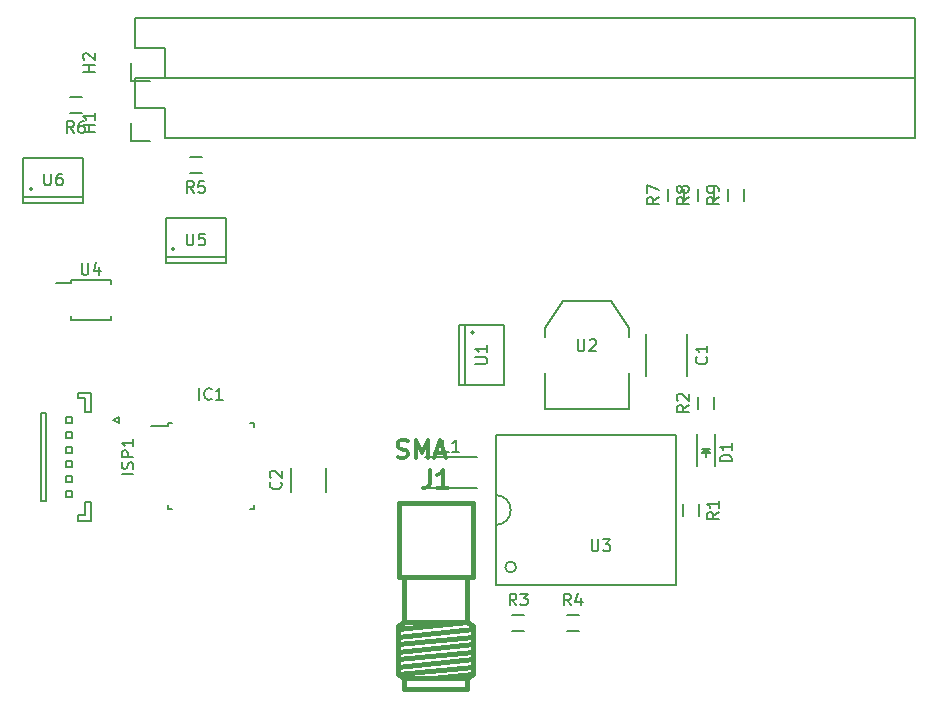
<source format=gbr>
G04 #@! TF.FileFunction,Legend,Top*
%FSLAX46Y46*%
G04 Gerber Fmt 4.6, Leading zero omitted, Abs format (unit mm)*
G04 Created by KiCad (PCBNEW 4.0.4-stable) date 10/11/16 18:25:42*
%MOMM*%
%LPD*%
G01*
G04 APERTURE LIST*
%ADD10C,0.100000*%
%ADD11C,0.150000*%
%ADD12C,0.381000*%
%ADD13C,0.304800*%
G04 APERTURE END LIST*
D10*
D11*
X71985000Y-78335000D02*
X71985000Y-78560000D01*
X75335000Y-78335000D02*
X75335000Y-78635000D01*
X75335000Y-81685000D02*
X75335000Y-81385000D01*
X71985000Y-81685000D02*
X71985000Y-81385000D01*
X71985000Y-78335000D02*
X75335000Y-78335000D01*
X71985000Y-81685000D02*
X75335000Y-81685000D01*
X71985000Y-78560000D02*
X70760000Y-78560000D01*
D12*
X100210620Y-111986060D02*
X100210620Y-112930940D01*
X105529380Y-111986060D02*
X105529380Y-112930940D01*
X105529380Y-103479600D02*
X105529380Y-107259120D01*
X100210620Y-103479600D02*
X100210620Y-107259120D01*
X106062780Y-111671100D02*
X102603300Y-111986060D01*
X99677220Y-107889040D02*
X105529380Y-107259120D01*
X106062780Y-107889040D02*
X99677220Y-108518960D01*
X106062780Y-108518960D02*
X99677220Y-109148880D01*
X106062780Y-109148880D02*
X99677220Y-109778800D01*
X106062780Y-109778800D02*
X99677220Y-110411260D01*
X106062780Y-110411260D02*
X99677220Y-111041180D01*
X106062780Y-111041180D02*
X99677220Y-111671100D01*
X106062780Y-111671100D02*
X105529380Y-111986060D01*
X105529380Y-111986060D02*
X100210620Y-111986060D01*
X100210620Y-111986060D02*
X99677220Y-111671100D01*
X99677220Y-111671100D02*
X99677220Y-107574080D01*
X99677220Y-107574080D02*
X100210620Y-107259120D01*
X100210620Y-107259120D02*
X105529380Y-107259120D01*
X105529380Y-107259120D02*
X106062780Y-107574080D01*
X106062780Y-107574080D02*
X106062780Y-111671100D01*
X100210620Y-112930940D02*
X105529380Y-112930940D01*
X106019600Y-103479600D02*
X99720400Y-103479600D01*
X99720400Y-103479600D02*
X99720400Y-97180400D01*
X99720400Y-97180400D02*
X106019600Y-97180400D01*
X106019600Y-97180400D02*
X106019600Y-103479600D01*
D11*
X101940000Y-93315000D02*
X106340000Y-93315000D01*
X101940000Y-95915000D02*
X106340000Y-95915000D01*
X114970000Y-107990000D02*
X113970000Y-107990000D01*
X113970000Y-106640000D02*
X114970000Y-106640000D01*
X80195000Y-90425000D02*
X80195000Y-90650000D01*
X87445000Y-90425000D02*
X87445000Y-90750000D01*
X87445000Y-97675000D02*
X87445000Y-97350000D01*
X80195000Y-97675000D02*
X80195000Y-97350000D01*
X80195000Y-90425000D02*
X80520000Y-90425000D01*
X80195000Y-97675000D02*
X80520000Y-97675000D01*
X87445000Y-97675000D02*
X87120000Y-97675000D01*
X87445000Y-90425000D02*
X87120000Y-90425000D01*
X80195000Y-90650000D02*
X78770000Y-90650000D01*
X77380000Y-56100000D02*
X143420000Y-56100000D01*
X143420000Y-61180000D02*
X79920000Y-61180000D01*
X143420000Y-56100000D02*
X143420000Y-61180000D01*
X77380000Y-56100000D02*
X77380000Y-58640000D01*
X77100000Y-59910000D02*
X77100000Y-61460000D01*
X77380000Y-58640000D02*
X79920000Y-58640000D01*
X79920000Y-58640000D02*
X79920000Y-61180000D01*
X77100000Y-61460000D02*
X78650000Y-61460000D01*
X77380000Y-61180000D02*
X143420000Y-61180000D01*
X143420000Y-66260000D02*
X79920000Y-66260000D01*
X143420000Y-61180000D02*
X143420000Y-66260000D01*
X77380000Y-61180000D02*
X77380000Y-63720000D01*
X77100000Y-64990000D02*
X77100000Y-66540000D01*
X77380000Y-63720000D02*
X79920000Y-63720000D01*
X79920000Y-63720000D02*
X79920000Y-66260000D01*
X77100000Y-66540000D02*
X78650000Y-66540000D01*
X124153000Y-86447596D02*
X124153000Y-82847596D01*
X120703000Y-82847596D02*
X120703000Y-86447596D01*
X123785000Y-98290000D02*
X123785000Y-97290000D01*
X125135000Y-97290000D02*
X125135000Y-98290000D01*
X106130822Y-82742596D02*
G75*
G03X106130822Y-82742596I-127000J0D01*
G01*
X105368822Y-82107596D02*
X105368822Y-87187596D01*
X108670822Y-82107596D02*
X108670822Y-87187596D01*
X104860822Y-82107596D02*
X104860822Y-87187596D01*
X104860822Y-82107596D02*
X108670822Y-82107596D01*
X104860822Y-87187596D02*
X108670822Y-87187596D01*
X112099822Y-86171596D02*
X112099822Y-89219596D01*
X112099822Y-89219596D02*
X119211822Y-89219596D01*
X119211822Y-89219596D02*
X119211822Y-86171596D01*
X112099822Y-83123596D02*
X112099822Y-82361596D01*
X112099822Y-82361596D02*
X113623822Y-80075596D01*
X113623822Y-80075596D02*
X117687822Y-80075596D01*
X117687822Y-80075596D02*
X119211822Y-82361596D01*
X119211822Y-82361596D02*
X119211822Y-83123596D01*
X109677905Y-102616000D02*
G75*
G03X109677905Y-102616000I-457905J0D01*
G01*
X107950000Y-99060000D02*
G75*
G03X109220000Y-97790000I0J1270000D01*
G01*
X109220000Y-97790000D02*
G75*
G03X107950000Y-96520000I-1270000J0D01*
G01*
X107950000Y-91440000D02*
X123190000Y-91440000D01*
X123190000Y-91440000D02*
X123190000Y-104140000D01*
X123190000Y-104140000D02*
X107950000Y-104140000D01*
X107950000Y-104140000D02*
X107950000Y-91440000D01*
X80772000Y-75692000D02*
G75*
G03X80772000Y-75692000I-127000J0D01*
G01*
X80010000Y-76327000D02*
X85090000Y-76327000D01*
X80010000Y-73025000D02*
X85090000Y-73025000D01*
X80010000Y-76835000D02*
X85090000Y-76835000D01*
X80010000Y-76835000D02*
X80010000Y-73025000D01*
X85090000Y-76835000D02*
X85090000Y-73025000D01*
X68707000Y-70612000D02*
G75*
G03X68707000Y-70612000I-127000J0D01*
G01*
X67945000Y-71247000D02*
X73025000Y-71247000D01*
X67945000Y-67945000D02*
X73025000Y-67945000D01*
X67945000Y-71755000D02*
X73025000Y-71755000D01*
X67945000Y-71755000D02*
X67945000Y-67945000D01*
X73025000Y-71755000D02*
X73025000Y-67945000D01*
X69415000Y-89545000D02*
X69415000Y-97045000D01*
X69415000Y-97045000D02*
X69915000Y-97045000D01*
X69915000Y-97045000D02*
X69915000Y-89545000D01*
X69915000Y-89545000D02*
X69415000Y-89545000D01*
X72615000Y-87845000D02*
X73715000Y-87845000D01*
X73715000Y-87845000D02*
X73715000Y-89495000D01*
X73715000Y-89495000D02*
X73215000Y-89495000D01*
X73215000Y-89495000D02*
X73215000Y-88345000D01*
X73215000Y-88345000D02*
X72615000Y-88345000D01*
X72615000Y-88345000D02*
X72615000Y-87845000D01*
X72615000Y-98745000D02*
X73715000Y-98745000D01*
X73715000Y-98745000D02*
X73715000Y-97095000D01*
X73715000Y-97095000D02*
X73215000Y-97095000D01*
X73215000Y-97095000D02*
X73215000Y-98245000D01*
X73215000Y-98245000D02*
X72615000Y-98245000D01*
X72615000Y-98245000D02*
X72615000Y-98745000D01*
X75565000Y-90170000D02*
X76065000Y-89920000D01*
X76065000Y-89920000D02*
X76065000Y-90420000D01*
X76065000Y-90420000D02*
X75565000Y-90170000D01*
X72065000Y-89920000D02*
X71565000Y-89920000D01*
X71565000Y-89920000D02*
X71565000Y-90420000D01*
X71565000Y-90420000D02*
X72065000Y-90420000D01*
X72065000Y-90420000D02*
X72065000Y-89920000D01*
X72065000Y-91170000D02*
X71565000Y-91170000D01*
X71565000Y-91170000D02*
X71565000Y-91670000D01*
X71565000Y-91670000D02*
X72065000Y-91670000D01*
X72065000Y-91670000D02*
X72065000Y-91170000D01*
X72065000Y-92420000D02*
X71565000Y-92420000D01*
X71565000Y-92420000D02*
X71565000Y-92920000D01*
X71565000Y-92920000D02*
X72065000Y-92920000D01*
X72065000Y-92920000D02*
X72065000Y-92420000D01*
X72065000Y-93670000D02*
X71565000Y-93670000D01*
X71565000Y-93670000D02*
X71565000Y-94170000D01*
X71565000Y-94170000D02*
X72065000Y-94170000D01*
X72065000Y-94170000D02*
X72065000Y-93670000D01*
X72065000Y-94920000D02*
X71565000Y-94920000D01*
X71565000Y-94920000D02*
X71565000Y-95420000D01*
X71565000Y-95420000D02*
X72065000Y-95420000D01*
X72065000Y-95420000D02*
X72065000Y-94920000D01*
X72065000Y-96170000D02*
X71565000Y-96170000D01*
X71565000Y-96170000D02*
X71565000Y-96670000D01*
X71565000Y-96670000D02*
X72065000Y-96670000D01*
X72065000Y-96670000D02*
X72065000Y-96170000D01*
X90600000Y-94250000D02*
X90600000Y-96250000D01*
X93550000Y-96250000D02*
X93550000Y-94250000D01*
X126405000Y-88230000D02*
X126405000Y-89230000D01*
X125055000Y-89230000D02*
X125055000Y-88230000D01*
X110355000Y-107990000D02*
X109355000Y-107990000D01*
X109355000Y-106640000D02*
X110355000Y-106640000D01*
X82050000Y-67905000D02*
X83050000Y-67905000D01*
X83050000Y-69255000D02*
X82050000Y-69255000D01*
X71890000Y-62825000D02*
X72890000Y-62825000D01*
X72890000Y-64175000D02*
X71890000Y-64175000D01*
X123865000Y-70620000D02*
X123865000Y-71620000D01*
X122515000Y-71620000D02*
X122515000Y-70620000D01*
X126405000Y-70620000D02*
X126405000Y-71620000D01*
X125055000Y-71620000D02*
X125055000Y-70620000D01*
X128945000Y-70620000D02*
X128945000Y-71620000D01*
X127595000Y-71620000D02*
X127595000Y-70620000D01*
X124980000Y-91330980D02*
X124980000Y-94030980D01*
X126480000Y-91330980D02*
X126480000Y-94030980D01*
X125580000Y-92830980D02*
X125830000Y-92830980D01*
X125830000Y-92830980D02*
X125680000Y-92680980D01*
X126080000Y-92580980D02*
X125380000Y-92580980D01*
X125730000Y-92930980D02*
X125730000Y-93280980D01*
X125730000Y-92580980D02*
X126080000Y-92930980D01*
X126080000Y-92930980D02*
X125380000Y-92930980D01*
X125380000Y-92930980D02*
X125730000Y-92580980D01*
X72898095Y-76862381D02*
X72898095Y-77671905D01*
X72945714Y-77767143D01*
X72993333Y-77814762D01*
X73088571Y-77862381D01*
X73279048Y-77862381D01*
X73374286Y-77814762D01*
X73421905Y-77767143D01*
X73469524Y-77671905D01*
X73469524Y-76862381D01*
X74374286Y-77195714D02*
X74374286Y-77862381D01*
X74136190Y-76814762D02*
X73898095Y-77529048D01*
X74517143Y-77529048D01*
D13*
X102362000Y-94415429D02*
X102362000Y-95504000D01*
X102289428Y-95721714D01*
X102144285Y-95866857D01*
X101926571Y-95939429D01*
X101781428Y-95939429D01*
X103886000Y-95939429D02*
X103015143Y-95939429D01*
X103450571Y-95939429D02*
X103450571Y-94415429D01*
X103305428Y-94633143D01*
X103160286Y-94778286D01*
X103015143Y-94850857D01*
X99640572Y-93326857D02*
X99858286Y-93399429D01*
X100221143Y-93399429D01*
X100366286Y-93326857D01*
X100438857Y-93254286D01*
X100511429Y-93109143D01*
X100511429Y-92964000D01*
X100438857Y-92818857D01*
X100366286Y-92746286D01*
X100221143Y-92673714D01*
X99930857Y-92601143D01*
X99785715Y-92528571D01*
X99713143Y-92456000D01*
X99640572Y-92310857D01*
X99640572Y-92165714D01*
X99713143Y-92020571D01*
X99785715Y-91948000D01*
X99930857Y-91875429D01*
X100293715Y-91875429D01*
X100511429Y-91948000D01*
X101164572Y-93399429D02*
X101164572Y-91875429D01*
X101672572Y-92964000D01*
X102180572Y-91875429D01*
X102180572Y-93399429D01*
X102833715Y-92964000D02*
X103559429Y-92964000D01*
X102688572Y-93399429D02*
X103196572Y-91875429D01*
X103704572Y-93399429D01*
D11*
X103973334Y-92867381D02*
X103497143Y-92867381D01*
X103497143Y-91867381D01*
X104830477Y-92867381D02*
X104259048Y-92867381D01*
X104544762Y-92867381D02*
X104544762Y-91867381D01*
X104449524Y-92010238D01*
X104354286Y-92105476D01*
X104259048Y-92153095D01*
X114303334Y-105867381D02*
X113970000Y-105391190D01*
X113731905Y-105867381D02*
X113731905Y-104867381D01*
X114112858Y-104867381D01*
X114208096Y-104915000D01*
X114255715Y-104962619D01*
X114303334Y-105057857D01*
X114303334Y-105200714D01*
X114255715Y-105295952D01*
X114208096Y-105343571D01*
X114112858Y-105391190D01*
X113731905Y-105391190D01*
X115160477Y-105200714D02*
X115160477Y-105867381D01*
X114922381Y-104819762D02*
X114684286Y-105534048D01*
X115303334Y-105534048D01*
X82843810Y-88452381D02*
X82843810Y-87452381D01*
X83891429Y-88357143D02*
X83843810Y-88404762D01*
X83700953Y-88452381D01*
X83605715Y-88452381D01*
X83462857Y-88404762D01*
X83367619Y-88309524D01*
X83320000Y-88214286D01*
X83272381Y-88023810D01*
X83272381Y-87880952D01*
X83320000Y-87690476D01*
X83367619Y-87595238D01*
X83462857Y-87500000D01*
X83605715Y-87452381D01*
X83700953Y-87452381D01*
X83843810Y-87500000D01*
X83891429Y-87547619D01*
X84843810Y-88452381D02*
X84272381Y-88452381D01*
X84558095Y-88452381D02*
X84558095Y-87452381D01*
X84462857Y-87595238D01*
X84367619Y-87690476D01*
X84272381Y-87738095D01*
X74002381Y-60671905D02*
X73002381Y-60671905D01*
X73478571Y-60671905D02*
X73478571Y-60100476D01*
X74002381Y-60100476D02*
X73002381Y-60100476D01*
X73097619Y-59671905D02*
X73050000Y-59624286D01*
X73002381Y-59529048D01*
X73002381Y-59290952D01*
X73050000Y-59195714D01*
X73097619Y-59148095D01*
X73192857Y-59100476D01*
X73288095Y-59100476D01*
X73430952Y-59148095D01*
X74002381Y-59719524D01*
X74002381Y-59100476D01*
X74002381Y-65751905D02*
X73002381Y-65751905D01*
X73478571Y-65751905D02*
X73478571Y-65180476D01*
X74002381Y-65180476D02*
X73002381Y-65180476D01*
X74002381Y-64180476D02*
X74002381Y-64751905D01*
X74002381Y-64466191D02*
X73002381Y-64466191D01*
X73145238Y-64561429D01*
X73240476Y-64656667D01*
X73288095Y-64751905D01*
X125785143Y-84814262D02*
X125832762Y-84861881D01*
X125880381Y-85004738D01*
X125880381Y-85099976D01*
X125832762Y-85242834D01*
X125737524Y-85338072D01*
X125642286Y-85385691D01*
X125451810Y-85433310D01*
X125308952Y-85433310D01*
X125118476Y-85385691D01*
X125023238Y-85338072D01*
X124928000Y-85242834D01*
X124880381Y-85099976D01*
X124880381Y-85004738D01*
X124928000Y-84861881D01*
X124975619Y-84814262D01*
X125880381Y-83861881D02*
X125880381Y-84433310D01*
X125880381Y-84147596D02*
X124880381Y-84147596D01*
X125023238Y-84242834D01*
X125118476Y-84338072D01*
X125166095Y-84433310D01*
X126812381Y-97956666D02*
X126336190Y-98290000D01*
X126812381Y-98528095D02*
X125812381Y-98528095D01*
X125812381Y-98147142D01*
X125860000Y-98051904D01*
X125907619Y-98004285D01*
X126002857Y-97956666D01*
X126145714Y-97956666D01*
X126240952Y-98004285D01*
X126288571Y-98051904D01*
X126336190Y-98147142D01*
X126336190Y-98528095D01*
X126812381Y-97004285D02*
X126812381Y-97575714D01*
X126812381Y-97290000D02*
X125812381Y-97290000D01*
X125955238Y-97385238D01*
X126050476Y-97480476D01*
X126098095Y-97575714D01*
X106218203Y-85409501D02*
X107027727Y-85409501D01*
X107122965Y-85361882D01*
X107170584Y-85314263D01*
X107218203Y-85219025D01*
X107218203Y-85028548D01*
X107170584Y-84933310D01*
X107122965Y-84885691D01*
X107027727Y-84838072D01*
X106218203Y-84838072D01*
X107218203Y-83838072D02*
X107218203Y-84409501D01*
X107218203Y-84123787D02*
X106218203Y-84123787D01*
X106361060Y-84219025D01*
X106456298Y-84314263D01*
X106503917Y-84409501D01*
X114893917Y-83337977D02*
X114893917Y-84147501D01*
X114941536Y-84242739D01*
X114989155Y-84290358D01*
X115084393Y-84337977D01*
X115274870Y-84337977D01*
X115370108Y-84290358D01*
X115417727Y-84242739D01*
X115465346Y-84147501D01*
X115465346Y-83337977D01*
X115893917Y-83433215D02*
X115941536Y-83385596D01*
X116036774Y-83337977D01*
X116274870Y-83337977D01*
X116370108Y-83385596D01*
X116417727Y-83433215D01*
X116465346Y-83528453D01*
X116465346Y-83623691D01*
X116417727Y-83766548D01*
X115846298Y-84337977D01*
X116465346Y-84337977D01*
X116078095Y-100282381D02*
X116078095Y-101091905D01*
X116125714Y-101187143D01*
X116173333Y-101234762D01*
X116268571Y-101282381D01*
X116459048Y-101282381D01*
X116554286Y-101234762D01*
X116601905Y-101187143D01*
X116649524Y-101091905D01*
X116649524Y-100282381D01*
X117030476Y-100282381D02*
X117649524Y-100282381D01*
X117316190Y-100663333D01*
X117459048Y-100663333D01*
X117554286Y-100710952D01*
X117601905Y-100758571D01*
X117649524Y-100853810D01*
X117649524Y-101091905D01*
X117601905Y-101187143D01*
X117554286Y-101234762D01*
X117459048Y-101282381D01*
X117173333Y-101282381D01*
X117078095Y-101234762D01*
X117030476Y-101187143D01*
X81788095Y-74382381D02*
X81788095Y-75191905D01*
X81835714Y-75287143D01*
X81883333Y-75334762D01*
X81978571Y-75382381D01*
X82169048Y-75382381D01*
X82264286Y-75334762D01*
X82311905Y-75287143D01*
X82359524Y-75191905D01*
X82359524Y-74382381D01*
X83311905Y-74382381D02*
X82835714Y-74382381D01*
X82788095Y-74858571D01*
X82835714Y-74810952D01*
X82930952Y-74763333D01*
X83169048Y-74763333D01*
X83264286Y-74810952D01*
X83311905Y-74858571D01*
X83359524Y-74953810D01*
X83359524Y-75191905D01*
X83311905Y-75287143D01*
X83264286Y-75334762D01*
X83169048Y-75382381D01*
X82930952Y-75382381D01*
X82835714Y-75334762D01*
X82788095Y-75287143D01*
X69723095Y-69302381D02*
X69723095Y-70111905D01*
X69770714Y-70207143D01*
X69818333Y-70254762D01*
X69913571Y-70302381D01*
X70104048Y-70302381D01*
X70199286Y-70254762D01*
X70246905Y-70207143D01*
X70294524Y-70111905D01*
X70294524Y-69302381D01*
X71199286Y-69302381D02*
X71008809Y-69302381D01*
X70913571Y-69350000D01*
X70865952Y-69397619D01*
X70770714Y-69540476D01*
X70723095Y-69730952D01*
X70723095Y-70111905D01*
X70770714Y-70207143D01*
X70818333Y-70254762D01*
X70913571Y-70302381D01*
X71104048Y-70302381D01*
X71199286Y-70254762D01*
X71246905Y-70207143D01*
X71294524Y-70111905D01*
X71294524Y-69873810D01*
X71246905Y-69778571D01*
X71199286Y-69730952D01*
X71104048Y-69683333D01*
X70913571Y-69683333D01*
X70818333Y-69730952D01*
X70770714Y-69778571D01*
X70723095Y-69873810D01*
X77267381Y-94747381D02*
X76267381Y-94747381D01*
X77219762Y-94318810D02*
X77267381Y-94175953D01*
X77267381Y-93937857D01*
X77219762Y-93842619D01*
X77172143Y-93795000D01*
X77076905Y-93747381D01*
X76981667Y-93747381D01*
X76886429Y-93795000D01*
X76838810Y-93842619D01*
X76791190Y-93937857D01*
X76743571Y-94128334D01*
X76695952Y-94223572D01*
X76648333Y-94271191D01*
X76553095Y-94318810D01*
X76457857Y-94318810D01*
X76362619Y-94271191D01*
X76315000Y-94223572D01*
X76267381Y-94128334D01*
X76267381Y-93890238D01*
X76315000Y-93747381D01*
X77267381Y-93318810D02*
X76267381Y-93318810D01*
X76267381Y-92937857D01*
X76315000Y-92842619D01*
X76362619Y-92795000D01*
X76457857Y-92747381D01*
X76600714Y-92747381D01*
X76695952Y-92795000D01*
X76743571Y-92842619D01*
X76791190Y-92937857D01*
X76791190Y-93318810D01*
X77267381Y-91795000D02*
X77267381Y-92366429D01*
X77267381Y-92080715D02*
X76267381Y-92080715D01*
X76410238Y-92175953D01*
X76505476Y-92271191D01*
X76553095Y-92366429D01*
X89732143Y-95416666D02*
X89779762Y-95464285D01*
X89827381Y-95607142D01*
X89827381Y-95702380D01*
X89779762Y-95845238D01*
X89684524Y-95940476D01*
X89589286Y-95988095D01*
X89398810Y-96035714D01*
X89255952Y-96035714D01*
X89065476Y-95988095D01*
X88970238Y-95940476D01*
X88875000Y-95845238D01*
X88827381Y-95702380D01*
X88827381Y-95607142D01*
X88875000Y-95464285D01*
X88922619Y-95416666D01*
X88922619Y-95035714D02*
X88875000Y-94988095D01*
X88827381Y-94892857D01*
X88827381Y-94654761D01*
X88875000Y-94559523D01*
X88922619Y-94511904D01*
X89017857Y-94464285D01*
X89113095Y-94464285D01*
X89255952Y-94511904D01*
X89827381Y-95083333D01*
X89827381Y-94464285D01*
X124282381Y-88896666D02*
X123806190Y-89230000D01*
X124282381Y-89468095D02*
X123282381Y-89468095D01*
X123282381Y-89087142D01*
X123330000Y-88991904D01*
X123377619Y-88944285D01*
X123472857Y-88896666D01*
X123615714Y-88896666D01*
X123710952Y-88944285D01*
X123758571Y-88991904D01*
X123806190Y-89087142D01*
X123806190Y-89468095D01*
X123377619Y-88515714D02*
X123330000Y-88468095D01*
X123282381Y-88372857D01*
X123282381Y-88134761D01*
X123330000Y-88039523D01*
X123377619Y-87991904D01*
X123472857Y-87944285D01*
X123568095Y-87944285D01*
X123710952Y-87991904D01*
X124282381Y-88563333D01*
X124282381Y-87944285D01*
X109688334Y-105867381D02*
X109355000Y-105391190D01*
X109116905Y-105867381D02*
X109116905Y-104867381D01*
X109497858Y-104867381D01*
X109593096Y-104915000D01*
X109640715Y-104962619D01*
X109688334Y-105057857D01*
X109688334Y-105200714D01*
X109640715Y-105295952D01*
X109593096Y-105343571D01*
X109497858Y-105391190D01*
X109116905Y-105391190D01*
X110021667Y-104867381D02*
X110640715Y-104867381D01*
X110307381Y-105248333D01*
X110450239Y-105248333D01*
X110545477Y-105295952D01*
X110593096Y-105343571D01*
X110640715Y-105438810D01*
X110640715Y-105676905D01*
X110593096Y-105772143D01*
X110545477Y-105819762D01*
X110450239Y-105867381D01*
X110164524Y-105867381D01*
X110069286Y-105819762D01*
X110021667Y-105772143D01*
X82383334Y-70932381D02*
X82050000Y-70456190D01*
X81811905Y-70932381D02*
X81811905Y-69932381D01*
X82192858Y-69932381D01*
X82288096Y-69980000D01*
X82335715Y-70027619D01*
X82383334Y-70122857D01*
X82383334Y-70265714D01*
X82335715Y-70360952D01*
X82288096Y-70408571D01*
X82192858Y-70456190D01*
X81811905Y-70456190D01*
X83288096Y-69932381D02*
X82811905Y-69932381D01*
X82764286Y-70408571D01*
X82811905Y-70360952D01*
X82907143Y-70313333D01*
X83145239Y-70313333D01*
X83240477Y-70360952D01*
X83288096Y-70408571D01*
X83335715Y-70503810D01*
X83335715Y-70741905D01*
X83288096Y-70837143D01*
X83240477Y-70884762D01*
X83145239Y-70932381D01*
X82907143Y-70932381D01*
X82811905Y-70884762D01*
X82764286Y-70837143D01*
X72223334Y-65852381D02*
X71890000Y-65376190D01*
X71651905Y-65852381D02*
X71651905Y-64852381D01*
X72032858Y-64852381D01*
X72128096Y-64900000D01*
X72175715Y-64947619D01*
X72223334Y-65042857D01*
X72223334Y-65185714D01*
X72175715Y-65280952D01*
X72128096Y-65328571D01*
X72032858Y-65376190D01*
X71651905Y-65376190D01*
X73080477Y-64852381D02*
X72890000Y-64852381D01*
X72794762Y-64900000D01*
X72747143Y-64947619D01*
X72651905Y-65090476D01*
X72604286Y-65280952D01*
X72604286Y-65661905D01*
X72651905Y-65757143D01*
X72699524Y-65804762D01*
X72794762Y-65852381D01*
X72985239Y-65852381D01*
X73080477Y-65804762D01*
X73128096Y-65757143D01*
X73175715Y-65661905D01*
X73175715Y-65423810D01*
X73128096Y-65328571D01*
X73080477Y-65280952D01*
X72985239Y-65233333D01*
X72794762Y-65233333D01*
X72699524Y-65280952D01*
X72651905Y-65328571D01*
X72604286Y-65423810D01*
X121742381Y-71286666D02*
X121266190Y-71620000D01*
X121742381Y-71858095D02*
X120742381Y-71858095D01*
X120742381Y-71477142D01*
X120790000Y-71381904D01*
X120837619Y-71334285D01*
X120932857Y-71286666D01*
X121075714Y-71286666D01*
X121170952Y-71334285D01*
X121218571Y-71381904D01*
X121266190Y-71477142D01*
X121266190Y-71858095D01*
X120742381Y-70953333D02*
X120742381Y-70286666D01*
X121742381Y-70715238D01*
X124282381Y-71286666D02*
X123806190Y-71620000D01*
X124282381Y-71858095D02*
X123282381Y-71858095D01*
X123282381Y-71477142D01*
X123330000Y-71381904D01*
X123377619Y-71334285D01*
X123472857Y-71286666D01*
X123615714Y-71286666D01*
X123710952Y-71334285D01*
X123758571Y-71381904D01*
X123806190Y-71477142D01*
X123806190Y-71858095D01*
X123710952Y-70715238D02*
X123663333Y-70810476D01*
X123615714Y-70858095D01*
X123520476Y-70905714D01*
X123472857Y-70905714D01*
X123377619Y-70858095D01*
X123330000Y-70810476D01*
X123282381Y-70715238D01*
X123282381Y-70524761D01*
X123330000Y-70429523D01*
X123377619Y-70381904D01*
X123472857Y-70334285D01*
X123520476Y-70334285D01*
X123615714Y-70381904D01*
X123663333Y-70429523D01*
X123710952Y-70524761D01*
X123710952Y-70715238D01*
X123758571Y-70810476D01*
X123806190Y-70858095D01*
X123901429Y-70905714D01*
X124091905Y-70905714D01*
X124187143Y-70858095D01*
X124234762Y-70810476D01*
X124282381Y-70715238D01*
X124282381Y-70524761D01*
X124234762Y-70429523D01*
X124187143Y-70381904D01*
X124091905Y-70334285D01*
X123901429Y-70334285D01*
X123806190Y-70381904D01*
X123758571Y-70429523D01*
X123710952Y-70524761D01*
X126822381Y-71286666D02*
X126346190Y-71620000D01*
X126822381Y-71858095D02*
X125822381Y-71858095D01*
X125822381Y-71477142D01*
X125870000Y-71381904D01*
X125917619Y-71334285D01*
X126012857Y-71286666D01*
X126155714Y-71286666D01*
X126250952Y-71334285D01*
X126298571Y-71381904D01*
X126346190Y-71477142D01*
X126346190Y-71858095D01*
X126822381Y-70810476D02*
X126822381Y-70620000D01*
X126774762Y-70524761D01*
X126727143Y-70477142D01*
X126584286Y-70381904D01*
X126393810Y-70334285D01*
X126012857Y-70334285D01*
X125917619Y-70381904D01*
X125870000Y-70429523D01*
X125822381Y-70524761D01*
X125822381Y-70715238D01*
X125870000Y-70810476D01*
X125917619Y-70858095D01*
X126012857Y-70905714D01*
X126250952Y-70905714D01*
X126346190Y-70858095D01*
X126393810Y-70810476D01*
X126441429Y-70715238D01*
X126441429Y-70524761D01*
X126393810Y-70429523D01*
X126346190Y-70381904D01*
X126250952Y-70334285D01*
X127932381Y-93669075D02*
X126932381Y-93669075D01*
X126932381Y-93430980D01*
X126980000Y-93288122D01*
X127075238Y-93192884D01*
X127170476Y-93145265D01*
X127360952Y-93097646D01*
X127503810Y-93097646D01*
X127694286Y-93145265D01*
X127789524Y-93192884D01*
X127884762Y-93288122D01*
X127932381Y-93430980D01*
X127932381Y-93669075D01*
X127932381Y-92145265D02*
X127932381Y-92716694D01*
X127932381Y-92430980D02*
X126932381Y-92430980D01*
X127075238Y-92526218D01*
X127170476Y-92621456D01*
X127218095Y-92716694D01*
M02*

</source>
